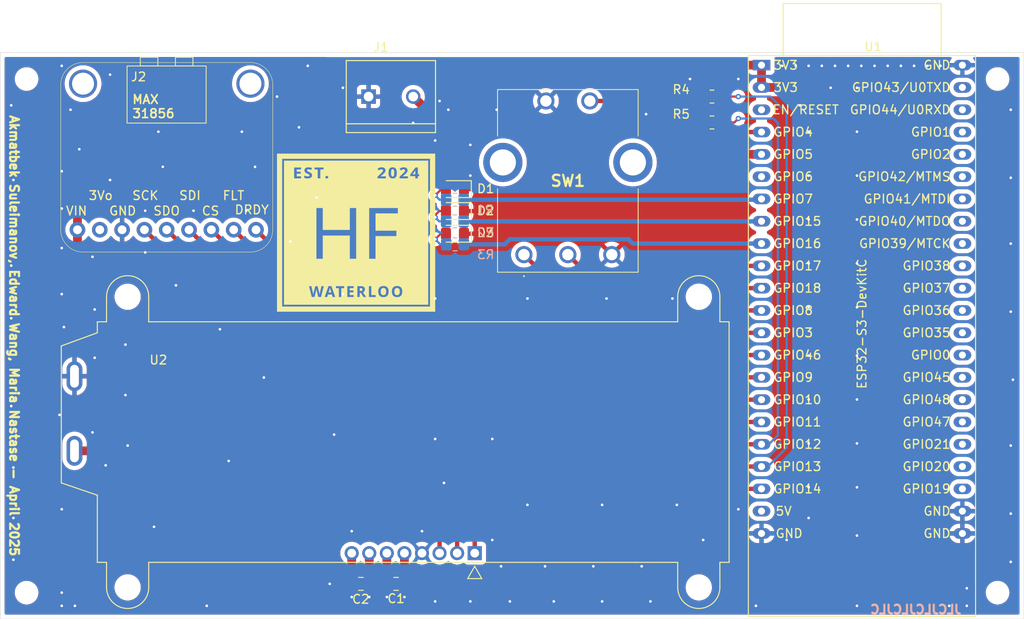
<source format=kicad_pcb>
(kicad_pcb (version 20241229) (generator "pcbnew") (generator_version "9.0")
  (title_block (title "Tube Furnace PCB") (date "2025-03-26") (rev "v2") (company "Waterloo Hacker Fab"))
  (layers (0 "F.Cu" signal) (2 "B.Cu" signal) (13 "F.Paste" user) (15 "B.Paste" user) (5 "F.SilkS" user "F.Silkscreen") (7 "B.SilkS" user "B.Silkscreen") (1 "F.Mask" user) (3 "B.Mask" user) (25 "Edge.Cuts" user))
  (net 0 "")
  (net 1 "GND")
  (net 2 "+3.3V")
  (net 3 "+5V")
  (net 4 "/SSR_PWM")
  (net 5 "Net-(D3-A)")
  (net 6 "Net-(D2-A)")
  (net 7 "Net-(D1-A)")
  (net 8 "Net-(U2-VOUT)")
  (net 9 "Net-(U2-C1+)")
  (net 10 "Net-(U2-C1-)")
  (net 11 "/SCL")
  (net 12 "/SDA")
  (net 13 "/ENC_B")
  (net 14 "/ENC_A")
  (net 15 "/ENC_SW")
  (net 16 "/MAX_SDO")
  (net 17 "/MAX_SCK")
  (net 18 "/MAX_DRDY")
  (net 19 "/MAX_3.3VOUT")
  (net 20 "/MAX_SDI")
  (net 21 "/MAX_CS")
  (net 22 "/MAX_FAULT")
  (net 23 "/DISPLAY_RST")
  (net 24 "/LED_1")
  (net 25 "/LED_2")
  (net 26 "/LED_3")
  (footprint "Diode_SMD:D_0805_2012Metric_Pad1.15x1.40mm_HandSolder" (layer "F.Cu") (at 130.25 76.54 180)
    (property "Reference" "D2" (hide yes))
    (property "Value" "LED" (hide yes))
    (pad "1" smd roundrect (at -1.025 0 180) (size 1.15 1.4) (layers "F.Cu" "F.Mask" "F.Paste") (roundrect_rratio 0.217391) (net 1 "GND"))
    (pad "2" smd roundrect (at 1.025 0 180) (size 1.15 1.4) (layers "F.Cu" "F.Mask" "F.Paste") (roundrect_rratio 0.217391) (net 6 "Net-(D2-A)"))
  )
  (footprint "!footprints:HF_logo" (layer "F.Cu") (at 119 79)
    (property "Reference" "G***" (hide yes))
    (property "Value" "LOGO" (hide yes))
  )
  (footprint "MountingHole:MountingHole_2.2mm_M2" (layer "F.Cu") (at 192 120)
    (property "Reference" "REF**" (hide yes))
    (property "Value" "MountingHole_2.2mm_M2" (hide yes))
    (pad "" np_thru_hole circle (at 0 0) (size 2.2 2.2) (drill 2.2) (layers "*.Cu" "*.Mask"))
  )
  (footprint "phoenix_footprints:TE_282837-2" (layer "F.Cu") (at 122.96 63.5)
    (property "Reference" "J1" (at -1.127255 -5.614945 0) (layer "F.SilkS") (effects (font (size 1.002039 1.002039))))
    (property "Value" "Screw_Terminal_01x02")
    (pad "1" thru_hole rect (at -2.54 0) (size 1.65 1.65) (drill 1.1) (layers "*.Cu" "*.Mask") (net 1 "GND"))
    (pad "2" thru_hole circle (at 2.54 0) (size 1.65 1.65) (drill 1.1) (layers "*.Cu" "*.Mask") (net 4 "/SSR_PWM"))
  )
  (footprint "Capacitor_SMD:C_0805_2012Metric" (layer "F.Cu") (at 123.55 119 180)
    (property "Reference" "C1" (at 0 -1.68 0) (layer "F.SilkS"))
    (property "Value" "1uF")
    (pad "1" smd roundrect (at -0.95 0 180) (size 1 1.45) (layers "F.Cu" "F.Mask" "F.Paste") (net 2 "+3.3V"))
    (pad "2" smd roundrect (at 0.95 0 180) (size 1 1.45) (layers "F.Cu" "F.Mask" "F.Paste") (net 8 "Net-(U2-VOUT)"))
  )
  (footprint "MountingHole:MountingHole_2.2mm_M2" (layer "F.Cu") (at 81.5 61.5)
    (property "Reference" "REF**" (hide yes))
    (property "Value" "MountingHole_2.2mm_M2" (hide yes))
    (pad "" np_thru_hole circle (at 0 0) (size 2.2 2.2) (drill 2.2) (layers "*.Cu" "*.Mask"))
  )
  (footprint "Capacitor_SMD:C_0805_2012Metric" (layer "F.Cu") (at 119.55 119 180)
    (property "Reference" "C2" (at 0.008519 -1.745267 0) (layer "F.SilkS"))
    (property "Value" "1uF")
    (pad "1" smd roundrect (at -0.95 0 180) (size 1 1.45) (layers "F.Cu" "F.Mask" "F.Paste") (net 9 "Net-(U2-C1+)"))
    (pad "2" smd roundrect (at 0.95 0 180) (size 1 1.45) (layers "F.Cu" "F.Mask" "F.Paste") (net 10 "Net-(U2-C1-)"))
  )
  (footprint "!footprints:PEC164120FS0012" (layer "F.Cu") (at 138.1 81.5)
    (property "Reference" "SW1" (at 5 -8.4 0) (layer "F.SilkS") (effects (font (size 1.27 1.27) (thickness 0.254))))
    (property "Value" "RotaryEncoder_Switch" (hide yes))
    (pad "A" thru_hole circle (at 0 0) (size 1.95 1.95) (drill 1.3) (layers "*.Cu" "*.Mask") (net 14 "/ENC_A"))
    (pad "B" thru_hole circle (at 5 0) (size 1.95 1.95) (drill 1.3) (layers "*.Cu" "*.Mask") (net 13 "/ENC_B"))
    (pad "C" thru_hole circle (at 10 0) (size 1.95 1.95) (drill 1.3) (layers "*.Cu" "*.Mask") (net 1 "GND"))
    (pad "MH1" thru_hole circle (at -2.4 -10.5) (size 4.46 4.46) (drill 2.9732) (layers "*.Cu" "*.Mask"))
    (pad "MH2" thru_hole circle (at 12.4 -10.5) (size 4.46 4.46) (drill 2.9732) (layers "*.Cu" "*.Mask"))
    (pad "S1" thru_hole circle (at 2.5 -17.5) (size 1.95 1.95) (drill 1.3) (layers "*.Cu" "*.Mask") (net 1 "GND"))
    (pad "S2" thru_hole circle (at 7.5 -17.5) (size 1.95 1.95) (drill 1.3) (layers "*.Cu" "*.Mask") (net 15 "/ENC_SW"))
  )
  (footprint "Diode_SMD:D_0805_2012Metric_Pad1.15x1.40mm_HandSolder" (layer "F.Cu") (at 130.25 79.12 180)
    (property "Reference" "D3" (hide yes))
    (property "Value" "LED")
    (pad "1" smd roundrect (at -1.025 0 180) (size 1.15 1.4) (layers "F.Cu" "F.Mask" "F.Paste") (roundrect_rratio 0.217391) (net 1 "GND"))
    (pad "2" smd roundrect (at 1.025 0 180) (size 1.15 1.4) (layers "F.Cu" "F.Mask" "F.Paste") (roundrect_rratio 0.217391) (net 5 "Net-(D3-A)"))
  )
  (footprint "MountingHole:MountingHole_2.2mm_M2" (layer "F.Cu") (at 81.5 120)
    (property "Reference" "REF**" (hide yes))
    (property "Value" "MountingHole_2.2mm_M2" (hide yes))
    (pad "" np_thru_hole circle (at 0 0) (size 2.2 2.2) (drill 2.2) (layers "*.Cu" "*.Mask"))
  )
  (footprint "Resistor_SMD:R_0805_2012Metric_Pad1.20x1.40mm_HandSolder" (layer "F.Cu") (at 159.5 66.45)
    (property "Reference" "R5" (at -3.5 -0.95 0) (layer "F.SilkS"))
    (property "Value" "4.7k")
    (pad "1" smd roundrect (at -1 0) (size 1.2 1.4) (layers "F.Cu" "F.Mask" "F.Paste") (roundrect_rratio 0.208333) (net 2 "+3.3V"))
    (pad "2" smd roundrect (at 1 0) (size 1.2 1.4) (layers "F.Cu" "F.Mask" "F.Paste") (roundrect_rratio 0.208333) (net 12 "/SDA"))
  )
  (footprint "Resistor_SMD:R_0805_2012Metric_Pad1.20x1.40mm_HandSolder" (layer "F.Cu") (at 159.5 63.5)
    (property "Reference" "R4" (at -3.5 -0.8 0) (layer "F.SilkS"))
    (property "Value" "4.7k")
    (pad "1" smd roundrect (at -1 0) (size 1.2 1.4) (layers "F.Cu" "F.Mask" "F.Paste") (roundrect_rratio 0.208333) (net 2 "+3.3V"))
    (pad "2" smd roundrect (at 1 0) (size 1.2 1.4) (layers "F.Cu" "F.Mask" "F.Paste") (roundrect_rratio 0.208333) (net 11 "/SCL"))
  )
  (footprint "Diode_SMD:D_0805_2012Metric_Pad1.15x1.40mm_HandSolder" (layer "F.Cu") (at 130.25 74.04 180)
    (property "Reference" "D1" (hide yes))
    (property "Value" "LED" (hide yes))
    (pad "1" smd roundrect (at -1.025 0 180) (size 1.15 1.4) (layers "F.Cu" "F.Mask" "F.Paste") (roundrect_rratio 0.217391) (net 1 "GND"))
    (pad "2" smd roundrect (at 1.025 0 180) (size 1.15 1.4) (layers "F.Cu" "F.Mask" "F.Paste") (roundrect_rratio 0.217391) (net 7 "Net-(D1-A)"))
  )
  (footprint "Display:NHD-C0220BiZ" (layer "F.Cu") (at 125.5 99.6)
    (property "Reference" "U2" (at -29 -6.1 0) (layer "F.SilkS"))
    (property "Value" "NHD-C0220BIZ")
    (pad "" np_thru_hole circle (at -32.5 -13.3) (size 2.5 2.5) (drill 2.5) (layers "*.Cu" "*.Mask"))
    (pad "" np_thru_hole circle (at -32.5 19.8) (size 2.5 2.5) (drill 2.5) (layers "*.Cu" "*.Mask"))
    (pad "" np_thru_hole circle (at 32.5 -13.3) (size 2.5 2.5) (drill 2.5) (layers "*.Cu" "*.Mask"))
    (pad "" np_thru_hole circle (at 32.5 19.8) (size 2.5 2.5) (drill 2.5) (layers "*.Cu" "*.Mask"))
    (pad "1" thru_hole rect (at 7 15.9) (size 1.6 1.6) (drill 1) (layers "*.Cu" "*.Mask") (net 23 "/DISPLAY_RST"))
    (pad "2" thru_hole circle (at 5 15.9) (size 1.6 1.6) (drill 1) (layers "*.Cu" "*.Mask") (net 11 "/SCL"))
    (pad "3" thru_hole circle (at 3 15.9) (size 1.6 1.6) (drill 1) (layers "*.Cu" "*.Mask") (net 12 "/SDA"))
    (pad "4" thru_hole circle (at 1 15.9) (size 1.6 1.6) (drill 1) (layers "*.Cu" "*.Mask") (net 1 "GND"))
    (pad "5" thru_hole circle (at -1 15.9) (size 1.6 1.6) (drill 1) (layers "*.Cu" "*.Mask") (net 2 "+3.3V"))
    (pad "6" thru_hole circle (at -3 15.9) (size 1.6 1.6) (drill 1) (layers "*.Cu" "*.Mask") (net 8 "Net-(U2-VOUT)"))
    (pad "7" thru_hole circle (at -5 15.9) (size 1.6 1.6) (drill 1) (layers "*.Cu" "*.Mask") (net 9 "Net-(U2-C1+)"))
    (pad "8" thru_hole circle (at -7 15.9) (size 1.6 1.6) (drill 1) (layers "*.Cu" "*.Mask") (net 10 "Net-(U2-C1-)"))
    (pad "9" thru_hole oval (at -38.55 4.25) (size 1.8 3.4) (drill oval 1 2.6) (layers "*.Cu" "*.Mask") (net 2 "+3.3V"))
    (pad "10" thru_hole oval (at -38.55 -4.25) (size 1.8 3.4) (drill oval 1 2.6) (layers "*.Cu" "*.Mask") (net 1 "GND"))
  )
  (footprint "PCM_Espressif:ESP32-S3-DevKitC" (layer "F.Cu") (at 165.14 59.92)
    (property "Reference" "U1" (at 12.7 -2.1 0) (layer "F.SilkS"))
    (property "Value" "ESP32-S3-DevKitC" (at 11.42632 29.46128 90) (layer "F.SilkS"))
    (fp_text user "GPIO47" (at 21.59 40.64 0) (layer "F.SilkS") (effects (justify right)))
    (fp_text user "3V3" (at 1.27 0 0) (layer "F.SilkS") (effects (justify left)))
    (fp_text user "GPIO18" (at 1.27 25.4 0) (layer "F.SilkS") (effects (justify left)))
    (fp_text user "GND" (at 1.52032 53.33728 0) (layer "F.SilkS") (effects (justify left)))
    (fp_text user "GPIO12" (at 1.27 43.18 0) (layer "F.SilkS") (effects (justify left)))
    (fp_text user "GPIO11" (at 1.27 40.64 0) (layer "F.SilkS") (effects (justify left)))
    (fp_text user "GPIO48" (at 21.59 38.1 0) (layer "F.SilkS") (effects (justify right)))
    (fp_text user "GPIO2" (at 21.59 10.16 0) (layer "F.SilkS") (effects (justify right)))
    (fp_text user "GPIO36" (at 21.59 27.94 0) (layer "F.SilkS") (effects (justify right)))
    (fp_text user "3V3" (at 1.27 2.54 0) (layer "F.SilkS") (effects (justify left)))
    (fp_text user "GPIO40/MTDO" (at 21.59 17.78 0) (layer "F.SilkS") (effects (justify right)))
    (fp_text user "GPIO9" (at 1.27 35.56 0) (layer "F.SilkS") (effects (justify left)))
    (fp_text user "GND" (at 21.59 50.8 0) (layer "F.SilkS") (effects (justify right)))
    (fp_text user "GPIO17" (at 1.27 22.86 0) (layer "F.SilkS") (effects (justify left)))
    (fp_text user "GPIO21" (at 21.59 43.18 0) (layer "F.SilkS") (effects (justify right)))
    (fp_text user "GPIO6" (at 1.27 12.7 0) (layer "F.SilkS") (effects (justify left)))
    (fp_text user "GPIO5" (at 1.27 10.16 0) (layer "F.SilkS") (effects (justify left)))
    (fp_text user "GPIO19" (at 21.59 48.26 0) (layer "F.SilkS") (effects (justify right)))
    (fp_text user "GPIO37" (at 21.59 25.4 0) (layer "F.SilkS") (effects (justify right)))
    (fp_text user "GPIO20" (at 21.59 45.72 0) (layer "F.SilkS") (effects (justify right)))
    (fp_text user "GPIO38" (at 21.59 22.86 0) (layer "F.SilkS") (effects (justify right)))
    (fp_text user "GPIO7" (at 1.27 15.24 0) (layer "F.SilkS") (effects (justify left)))
    (fp_text user "GPIO39/MTCK" (at 21.59 20.32 0) (layer "F.SilkS") (effects (justify right)))
    (fp_text user "5V" (at 1.52032 50.79728 0) (layer "F.SilkS") (effects (justify left)))
    (fp_text user "GPIO44/U0RXD" (at 21.59 5.08 0) (layer "F.SilkS") (effects (justify right)))
    (fp_text user "GPIO0" (at 21.59 33.02 0) (layer "F.SilkS") (effects (justify right)))
    (fp_text user "GND" (at 21.59 0 0) (layer "F.SilkS") (effects (justify right)))
    (fp_text user "GPIO42/MTMS" (at 21.59 12.7 0) (layer "F.SilkS") (effects (justify right)))
    (fp_text user "GPIO4" (at 1.27 7.62 0) (layer "F.SilkS") (effects (justify left)))
    (fp_text user "GPIO10" (at 1.27 38.1 0) (layer "F.SilkS") (effects (justify left)))
    (fp_text user "GPIO13" (at 1.27 45.72 0) (layer "F.SilkS") (effects (justify left)))
    (fp_text user "GPIO46" (at 1.27 33.02 0) (layer "F.SilkS") (effects (justify left)))
    (fp_text user "GPIO8" (at 1.27 27.94 0) (layer "F.SilkS") (effects (justify left)))
    (fp_text user "GPIO41/MTDI" (at 21.59 15.24 0) (layer "F.SilkS") (effects (justify right)))
    (fp_text user "GPIO15" (at 1.27 17.78 0) (layer "F.SilkS") (effects (justify left)))
    (fp_text user "GPIO35" (at 21.59 30.48 0) (layer "F.SilkS") (effects (justify right)))
    (fp_text user "GND" (at 21.59 53.34 0) (layer "F.SilkS") (effects (justify right)))
    (fp_text user "GPIO14" (at 1.27 48.26 0) (layer "F.SilkS") (effects (justify left)))
    (fp_text user "GPIO1" (at 21.59 7.62 0) (layer "F.SilkS") (effects (justify right)))
    (fp_text user "GPIO43/U0TXD" (at 21.59 2.54 0) (layer "F.SilkS") (effects (justify right)))
    (fp_text user "GPIO45" (at 21.59 35.56 0) (layer "F.SilkS") (effects (justify right)))
    (fp_text user "GPIO16" (at 1.27 20.32 0) (layer "F.SilkS") (effects (justify left)))
    (fp_text user "GPIO3" (at 1.27 30.48 0) (layer "F.SilkS") (effects (justify left)))
    (fp_text user "EN/RESET" (at 8.88632 5.07728 0) (layer "F.SilkS") (effects (justify right)))
    (pad "1" thru_hole rect (at 0 0 270) (size 1.2 2) (drill 0.8) (layers "*.Cu" "*.Mask") (net 2 "+3.3V"))
    (pad "2" thru_hole oval (at 0 2.54 270) (size 1.2 2) (drill 0.8) (layers "*.Cu" "*.Mask") (net 2 "+3.3V"))
    (pad "3" thru_hole oval (at 0 5.08 270) (size 1.2 2) (drill 0.8) (layers "*.Cu" "*.Mask"))
    (pad "4" thru_hole oval (at 0 7.62 270) (size 1.2 2) (drill 0.8) (layers "*.Cu" "*.Mask") (net 15 "/ENC_SW"))
    (pad "5" thru_hole oval (at 0 10.16 270) (size 1.2 2) (drill 0.8) (layers "*.Cu" "*.Mask") (net 4 "/SSR_PWM"))
    (pad "6" thru_hole oval (at 0 12.7 270) (size 1.2 2) (drill 0.8) (layers "*.Cu" "*.Mask"))
    (pad "7" thru_hole oval (at 0 15.24 270) (size 1.2 2) (drill 0.8) (layers "*.Cu" "*.Mask") (net 24 "/LED_1"))
    (pad "8" thru_hole oval (at 0 17.78 270) (size 1.2 2) (drill 0.8) (layers "*.Cu" "*.Mask") (net 25 "/LED_2"))
    (pad "9" thru_hole oval (at 0 20.32 270) (size 1.2 2) (drill 0.8) (layers "*.Cu" "*.Mask") (net 26 "/LED_3"))
    (pad "10" thru_hole oval (at 0 22.86 270) (size 1.2 2) (drill 0.8) (layers "*.Cu" "*.Mask") (net 13 "/ENC_B"))
    (pad "11" thru_hole oval (at 0 25.4 270) (size 1.2 2) (drill 0.8) (layers "*.Cu" "*.Mask") (net 14 "/ENC_A"))
    (pad "12" thru_hole oval (at 0 27.94 270) (size 1.2 2) (drill 0.8) (layers "*.Cu" "*.Mask") (net 18 "/MAX_DRDY"))
    (pad "13" thru_hole oval (at 0 30.48 270) (size 1.2 2) (drill 0.8) (layers "*.Cu" "*.Mask") (net 22 "/MAX_FAULT"))
    (pad "14" thru_hole oval (at 0 33.02 270) (size 1.2 2) (drill 0.8) (layers "*.Cu" "*.Mask") (net 21 "/MAX_CS"))
    (pad "15" thru_hole oval (at 0 35.56 270) (size 1.2 2) (drill 0.8) (layers "*.Cu" "*.Mask") (net 20 "/MAX_SDI"))
    (pad "16" thru_hole oval (at 0 38.1 270) (size 1.2 2) (drill 0.8) (layers "*.Cu" "*.Mask") (net 16 "/MAX_SDO"))
    (pad "17" thru_hole oval (at 0 40.64 270) (size 1.2 2) (drill 0.8) (layers "*.Cu" "*.Mask") (net 17 "/MAX_SCK"))
    (pad "18" thru_hole oval (at 0 43.18 270) (size 1.2 2) (drill 0.8) (layers "*.Cu" "*.Mask") (net 12 "/SDA"))
    (pad "19" thru_hole oval (at 0 45.72 270) (size 1.2 2) (drill 0.8) (layers "*.Cu" "*.Mask") (net 11 "/SCL"))
    (pad "20" thru_hole oval (at -0.00368 48.25728 270) (size 1.2 2) (drill 0.8) (layers "*.Cu" "*.Mask") (net 23 "/DISPLAY_RST"))
    (pad "21" thru_hole oval (at -0.00368 50.79728 270) (size 1.2 2) (drill 0.8) (layers "*.Cu" "*.Mask") (net 3 "+5V"))
    (pad "22" thru_hole oval (at -0.00368 53.33728 270) (size 1.2 2) (drill 0.8) (layers "*.Cu" "*.Mask") (net 1 "GND"))
    (pad "23" thru_hole oval (at 22.86 53.34 270) (size 1.2 2) (drill 0.8) (layers "*.Cu" "*.Mask") (net 1 "GND"))
    (pad "24" thru_hole oval (at 22.86 50.8 270) (size 1.2 2) (drill 0.8) (layers "*.Cu" "*.Mask") (net 1 "GND"))
    (pad "25" thru_hole oval (at 22.86 48.26 270) (size 1.2 2) (drill 0.8) (layers "*.Cu" "*.Mask"))
    (pad "26" thru_hole oval (at 22.86 45.72 270) (size 1.2 2) (drill 0.8) (layers "*.Cu" "*.Mask"))
    (pad "27" thru_hole oval (at 22.86 43.18 270) (size 1.2 2) (drill 0.8) (layers "*.Cu" "*.Mask"))
    (pad "28" thru_hole oval (at 22.86 40.64 270) (size 1.2 2) (drill 0.8) (layers "*.Cu" "*.Mask"))
    (pad "29" thru_hole oval (at 22.86 38.1 270) (size 1.2 2) (drill 0.8) (layers "*.Cu" "*.Mask"))
    (pad "30" thru_hole oval (at 22.86 35.56 270) (size 1.2 2) (drill 0.8) (layers "*.Cu" "*.Mask"))
    (pad "31" thru_hole oval (at 22.86 33.02 270) (size 1.2 2) (drill 0.8) (layers "*.Cu" "*.Mask"))
    (pad "32" thru_hole oval (at 22.86 30.48 270) (size 1.2 2) (drill 0.8) (layers "*.Cu" "*.Mask"))
    (pad "33" thru_hole oval (at 22.86 27.94 270) (size 1.2 2) (drill 0.8) (layers "*.Cu" "*.Mask"))
    (pad "34" thru_hole oval (at 22.86 25.4 270) (size 1.2 2) (drill 0.8) (layers "*.Cu" "*.Mask"))
    (pad "35" thru_hole oval (at 22.86 22.86 270) (size 1.2 2) (drill 0.8) (layers "*.Cu" "*.Mask"))
    (pad "36" thru_hole oval (at 22.86 20.32 270) (size 1.2 2) (drill 0.8) (layers "*.Cu" "*.Mask"))
    (pad "37" thru_hole oval (at 22.86 17.78 270) (size 1.2 2) (drill 0.8) (layers "*.Cu" "*.Mask"))
    (pad "38" thru_hole oval (at 22.86 15.24 270) (size 1.2 2) (drill 0.8) (layers "*.Cu" "*.Mask"))
    (pad "39" thru_hole oval (at 22.86 12.7 270) (size 1.2 2) (drill 0.8) (layers "*.Cu" "*.Mask"))
    (pad "40" thru_hole oval (at 22.86 10.16 270) (size 1.2 2) (drill 0.8) (layers "*.Cu" "*.Mask"))
    (pad "41" thru_hole oval (at 22.86 7.62 270) (size 1.2 2) (drill 0.8) (layers "*.Cu" "*.Mask"))
    (pad "42" thru_hole oval (at 22.86 5.08 270) (size 1.2 2) (drill 0.8) (layers "*.Cu" "*.Mask"))
    (pad "43" thru_hole oval (at 22.86 2.54 270) (size 1.2 2) (drill 0.8) (layers "*.Cu" "*.Mask"))
    (pad "44" thru_hole oval (at 22.86 0 270) (size 1.2 2) (drill 0.8) (layers "*.Cu" "*.Mask") (net 1 "GND"))
  )
  (footprint "MountingHole:MountingHole_2.2mm_M2" (layer "F.Cu") (at 192 61.5)
    (property "Reference" "REF**" (hide yes))
    (property "Value" "MountingHole_2.2mm_M2" (hide yes))
    (pad "" np_thru_hole circle (at 0 0) (size 2.2 2.2) (drill 2.2) (layers "*.Cu" "*.Mask"))
  )
  (footprint "!footprints:MAX31856_HEADER" (layer "F.Cu") (at 87.936314 62.019686)
    (property "Reference" "J2" (at 6.313686 -0.769686 0) (layer "F.SilkS"))
    (property "Value" "Conn_01x09_Socket" (hide yes))
    (fp_text user "SCK" (at 7.08 12.75 0) (layer "F.SilkS") (effects (font (thickness 0.1524))))
    (fp_text user "SDI" (at 12.16 12.75 0) (layer "F.SilkS") (effects (font (thickness 0.1524))))
    (fp_text user "GND" (at 4.5 14.5 0) (layer "F.SilkS") (effects (font (thickness 0.1524))))
    (fp_text user "FLT" (at 17.113 12.75 0) (layer "F.SilkS") (effects (font (thickness 0.1524))))
    (fp_text user "3Vo" (at 2 12.75 0) (layer "F.SilkS") (effects (font (thickness 0.1524))))
    (fp_text user "CS" (at 14.5 14.5 0) (layer "F.SilkS") (effects (font (thickness 0.1524))))
    (fp_text user "SDO" (at 9.5 14.5 0) (layer "F.SilkS") (effects (font (thickness 0.1524))))
    (fp_text user "DRDY" (at 19.193 14.375686 0) (layer "F.SilkS") (effects (font (thickness 0.1524))))
    (fp_text user "VIN" (at -0.75 14.5 0) (layer "F.SilkS") (effects (font (thickness 0.1524))))
    (fp_text user "MAX\n31856" (at 5.5 4 0) (layer "F.SilkS") (effects (font (thickness 0.1905)) (justify left bottom)))
    (pad "1" thru_hole circle (at 19.673686 16.648314 270) (size 1.778 1.778) (drill 1) (layers "*.Cu" "*.Mask") (net 18 "/MAX_DRDY"))
    (pad "2" thru_hole circle (at 17.133686 16.648314 270) (size 1.778 1.778) (drill 1) (layers "*.Cu" "*.Mask") (net 22 "/MAX_FAULT"))
    (pad "3" thru_hole circle (at 14.593686 16.648314 270) (size 1.778 1.778) (drill 1) (layers "*.Cu" "*.Mask") (net 21 "/MAX_CS"))
    (pad "4" thru_hole circle (at 12.053686 16.648314 270) (size 1.778 1.778) (drill 1) (layers "*.Cu" "*.Mask") (net 20 "/MAX_SDI"))
    (pad "5" thru_hole circle (at 9.513686 16.648314 270) (size 1.778 1.778) (drill 1) (layers "*.Cu" "*.Mask") (net 16 "/MAX_SDO"))
    (pad "6" thru_hole circle (at 6.973686 16.648314 270) (size 1.778 1.778) (drill 1) (layers "*.Cu" "*.Mask") (net 17 "/MAX_SCK"))
    (pad "7" thru_hole circle (at 4.433686 16.648314 270) (size 1.778 1.778) (drill 1) (layers "*.Cu" "*.Mask") (net 1 "GND"))
    (pad "8" thru_hole circle (at 1.893686 16.648314 270) (size 1.778 1.778) (drill 1) (layers "*.Cu" "*.Mask") (net 19 "/MAX_3.3VOUT"))
    (pad "9" thru_hole circle (at -0.646314 16.648314 270) (size 1.778 1.778) (drill 1) (layers "*.Cu" "*.Mask") (net 2 "+3.3V"))
    (pad "P$1" thru_hole circle (at -0.011314 0.011314) (size 3.2 3.2) (drill 2.5) (layers "*.Cu" "*.Mask"))
    (pad "P$1" thru_hole circle (at 19.038686 0.011314) (size 3.2 3.2) (drill 2.5) (layers "*.Cu" "*.Mask"))
    (zone (net 0) (net_name "") (layer "F.Cu") (connect_pads (clearance 0)) (min_thickness 0.25)
      (keepout (tracks not_allowed) (vias not_allowed) (pads not_allowed) (copperpour not_allowed) (footprints allowed))
      (fill (thermal_gap 0.5) (thermal_bridge_width 0.5))
      (polygon (pts (xy 89.941 62.031) (xy 89.92138 61.750427) (xy 89.862904 61.475315) (xy 89.766708 61.211019) (xy 89.660954 61.012126) (xy 89.530197 60.766208) (xy 89.273967 60.53282) (xy 89.052333 60.35966) (xy 88.808756 60.219031) (xy 88.547978 60.11367) (xy 88.275075 60.045628) (xy 87.995357 60.016228) (xy 87.714271 60.026044) (xy 87.437285 60.074884) (xy 87.169793 60.161797) (xy 86.917 60.285093) (xy 86.683826 60.44237) (xy 86.474811 60.630569) (xy 86.294022 60.846025) (xy 86.144978 61.084545) (xy 86.03058 61.341487) (xy 85.953054 61.61185) (xy 85.913911 61.890371) (xy 85.913911 62.171629) (xy 85.953054 62.45015) (xy 86.03058 62.720513) (xy 86.144978 62.977455) (xy 86.294022 63.215975) (xy 86.474811 63.431431) (xy 86.683826 63.61963) (xy 86.917 63.776907) (xy 87.169793 63.900203) (xy 87.437285 63.987116) (xy 87.714271 64.035956) (xy 87.995357 64.045772) (xy 88.275075 64.016372) (xy 88.547978 63.94833) (xy 88.808756 63.842969) (xy 89.052333 63.70234) (xy 89.273967 63.52918) (xy 89.469346 63.32686) (xy 89.634665 63.099317) (xy 89.766708 62.850981) (xy 89.862904 62.586685) (xy 89.92138 62.311573)))
      (polygon (pts (xy 87.909 62.031) (xy 87.913686 62.042314) (xy 87.925 62.047) (xy 87.936314 62.042314) (xy 87.941 62.031) (xy 87.936314 62.019686) (xy 87.925 62.015) (xy 87.913686 62.019686)))
    )
    (zone (net 0) (net_name "") (layer "F.Cu") (connect_pads (clearance 0)) (min_thickness 0.25)
      (keepout (tracks not_allowed) (vias not_allowed) (pads not_allowed) (copperpour not_allowed) (footprints allowed))
      (fill (thermal_gap 0.5) (thermal_bridge_width 0.5))
      (polygon (pts (xy 108.991 62.031) (xy 108.97138 61.750427) (xy 108.912904 61.475315) (xy 108.816708 61.211019) (xy 108.684665 60.962683) (xy 108.519346 60.73514) (xy 108.323967 60.53282) (xy 108.102333 60.35966) (xy 107.858756 60.219031) (xy 107.597978 60.11367) (xy 107.325075 60.045628) (xy 107.045357 60.016228) (xy 106.764271 60.026044) (xy 106.487285 60.074884) (xy 106.219793 60.161797) (xy 105.967 60.285093) (xy 105.733826 60.44237) (xy 105.524811 60.630569) (xy 105.344022 60.846025) (xy 105.194978 61.084545) (xy 105.08058 61.341487) (xy 105.003054 61.61185) (xy 104.963911 61.890371) (xy 104.963911 62.171629) (xy 105.003054 62.45015) (xy 105.08058 62.720513) (xy 105.194978 62.977455) (xy 105.344022 63.215975) (xy 105.524811 63.431431) (xy 105.733826 63.61963) (xy 105.967 63.776907) (xy 106.219793 63.900203) (xy 106.487285 63.987116) (xy 106.764271 64.035956) (xy 107.045357 64.045772) (xy 107.325075 64.016372) (xy 107.597978 63.94833) (xy 107.858756 63.842969) (xy 108.102333 63.70234) (xy 108.323967 63.52918) (xy 108.519346 63.32686) (xy 108.684665 63.099317) (xy 108.816708 62.850981) (xy 108.912904 62.586685) (xy 108.97138 62.311573)))
      (polygon (pts (xy 106.959 62.031) (xy 106.963686 62.042314) (xy 106.975 62.047) (xy 106.986314 62.042314) (xy 106.991 62.031) (xy 106.986314 62.019686) (xy 106.975 62.015) (xy 106.963686 62.019686)))
    )
    (zone (net 0) (net_name "") (layer "B.Cu") (connect_pads (clearance 0)) (min_thickness 0.25)
      (keepout (tracks not_allowed) (vias not_allowed) (pads not_allowed) (copperpour not_allowed) (footprints allowed))
      (fill (thermal_gap 0.5) (thermal_bridge_width 0.5))
      (polygon (pts (xy 89.941 62.031) (xy 89.92138 61.750427) (xy 89.862904 61.475315) (xy 89.766708 61.211019) (xy 89.634665 60.962683) (xy 89.469346 60.73514) (xy 89.273967 60.53282) (xy 89.052333 60.35966) (xy 88.808756 60.219031) (xy 88.547978 60.11367) (xy 88.275075 60.045628) (xy 87.995357 60.016228) (xy 87.714271 60.026044) (xy 87.437285 60.074884) (xy 87.169793 60.161797) (xy 86.917 60.285093) (xy 86.683826 60.44237) (xy 86.474811 60.630569) (xy 86.294022 60.846025) (xy 86.144978 61.084545) (xy 86.03058 61.341487) (xy 85.953054 61.61185) (xy 85.913911 61.890371) (xy 85.913911 62.171629) (xy 85.953054 62.45015) (xy 86.03058 62.720513) (xy 86.144978 62.977455) (xy 86.294022 63.215975) (xy 86.474811 63.431431) (xy 86.683826 63.61963) (xy 86.917 63.776907) (xy 87.169793 63.900203) (xy 87.437285 63.987116) (xy 87.714271 64.035956) (xy 87.995357 64.045772) (xy 88.275075 64.016372) (xy 88.547978 63.94833) (xy 88.808756 63.842969) (xy 89.052333 63.70234) (xy 89.273967 63.52918) (xy 89.469346 63.32686) (xy 89.634665 63.099317) (xy 89.766708 62.850981) (xy 89.862904 62.586685) (xy 89.92138 62.311573)))
      (polygon (pts (xy 87.909 62.031) (xy 87.913686 62.042314) (xy 87.925 62.047) (xy 87.936314 62.042314) (xy 87.941 62.031) (xy 87.936314 62.019686) (xy 87.925 62.015) (xy 87.913686 62.019686)))
    )
    (zone (net 0) (net_name "") (layer "B.Cu") (connect_pads (clearance 0)) (min_thickness 0.25)
      (keepout (tracks not_allowed) (vias not_allowed) (pads not_allowed) (copperpour not_allowed) (footprints allowed))
      (fill (thermal_gap 0.5) (thermal_bridge_width 0.5))
      (polygon (pts (xy 108.991 62.031) (xy 108.97138 61.750427) (xy 108.912904 61.475315) (xy 108.816708 61.211019) (xy 108.684665 60.962683) (xy 108.519346 60.73514) (xy 108.323967 60.53282) (xy 108.102333 60.35966) (xy 107.858756 60.219031) (xy 107.597978 60.11367) (xy 107.325075 60.045628) (xy 107.045357 60.016228) (xy 106.764271 60.026044) (xy 106.487285 60.074884) (xy 106.219793 60.161797) (xy 105.967 60.285093) (xy 105.733826 60.44237) (xy 105.524811 60.630569) (xy 105.344022 60.846025) (xy 105.194978 61.084545) (xy 105.08058 61.341487) (xy 105.003054 61.61185) (xy 104.963911 61.890371) (xy 104.963911 62.171629) (xy 105.003054 62.45015) (xy 105.08058 62.720513) (xy 105.194978 62.977455) (xy 105.344022 63.215975) (xy 105.524811 63.431431) (xy 105.733826 63.61963) (xy 105.967 63.776907) (xy 106.219793 63.900203) (xy 106.487285 63.987116) (xy 106.764271 64.035956) (xy 107.045357 64.045772) (xy 107.325075 64.016372) (xy 107.597978 63.94833) (xy 107.858756 63.842969) (xy 108.102333 63.70234) (xy 108.323967 63.52918) (xy 108.519346 63.32686) (xy 108.684665 63.099317) (xy 108.816708 62.850981) (xy 108.912904 62.586685) (xy 108.97138 62.311573)))
      (polygon (pts (xy 106.959 62.031) (xy 106.963686 62.042314) (xy 106.975 62.047) (xy 106.986314 62.042314) (xy 106.991 62.031) (xy 106.986314 62.019686) (xy 106.975 62.015) (xy 106.963686 62.019686)))
    )
  )
  (footprint "Resistor_SMD:R_0805_2012Metric_Pad1.20x1.40mm_HandSolder" (layer "B.Cu") (at 130.246885 77.714021 180)
    (property "Reference" "R2" (at -3.503115 -1.285979 0) (layer "B.SilkS") (effects (justify mirror)))
    (property "Value" "220" (hide yes))
    (pad "1" smd roundrect (at -1 0 180) (size 1.2 1.4) (layers "B.Cu" "B.Mask" "B.Paste") (roundrect_rratio 0.208333) (net 25 "/LED_2"))
    (pad "2" smd roundrect (at 1 0 180) (size 1.2 1.4) (layers "B.Cu" "B.Mask" "B.Paste") (roundrect_rratio 0.208333) (net 6 "Net-(D2-A)"))
  )
  (footprint "Resistor_SMD:R_0805_2012Metric_Pad1.20x1.40mm_HandSolder" (layer "B.Cu") (at 130.262578 80.331471 180)
    (property "Reference" "R3" (at -3.487422 -1.168529 0) (layer "B.SilkS") (effects (justify mirror)))
    (property "Value" "220" (hide yes))
    (pad "1" smd roundrect (at -1 0 180) (size 1.2 1.4) (layers "B.Cu" "B.Mask" "B.Paste") (roundrect_rratio 0.208333) (net 26 "/LED_3"))
    (pad "2" smd roundrect (at 1 0 180) (size 1.2 1.4) (layers "B.Cu" "B.Mask" "B.Paste") (roundrect_rratio 0.208333) (net 5 "Net-(D3-A)"))
  )
  (footprint "Resistor_SMD:R_0805_2012Metric_Pad1.20x1.40mm_HandSolder" (layer "B.Cu") (at 130.25 75.25 180)
    (property "Reference" "R1" (hide yes))
    (property "Value" "220" (hide yes))
    (pad "1" smd roundrect (at -1 0 180) (size 1.2 1.4) (layers "B.Cu" "B.Mask" "B.Paste") (roundrect_rratio 0.208333) (net 24 "/LED_1"))
    (pad "2" smd roundrect (at 1 0 180) (size 1.2 1.4) (layers "B.Cu" "B.Mask" "B.Paste") (roundrect_rratio 0.208333) (net 7 "Net-(D1-A)"))
  )
  (gr_rect (start 78.5 58.5) (end 195 123) (stroke (width 0.05)) (fill no) (layer "Edge.Cuts"))
  (gr_text "Akmatbek Suleimanov, Edward Wang, Maria Nastase - April 2025" (at 79.5 65.5 270) (layer "F.SilkS") (effects (font (size 1 1) (thickness 0.25) (bold yes)) (justify left bottom)))
  (gr_text "D3" (at 133.75 79 0) (layer "F.SilkS") (effects (font (size 1 1))))
  (gr_text "D1" (at 133.75 74 0) (layer "F.SilkS") (effects (font (size 1 1))))
  (gr_text "D2" (at 133.75 76.5 0) (layer "F.SilkS") (effects (font (size 1 1))))
  (gr_text "R1" (at 134.75 77 -0) (layer "B.SilkS") (effects (font (size 1 1)) (justify left bottom mirror)))
  (gr_text "JLCJLCJLCJLC" (at 188 122.5 -0) (layer "B.SilkS") (effects (font (size 1 1) (thickness 0.25) (bold yes)) (justify left bottom mirror)))
  (via (at 152.5 121) (size 0.6) (drill 0.3) (layers "F.Cu" "B.Cu") (net 1))
  (via (at 185.5 60) (size 0.6) (drill 0.3) (layers "F.Cu" "B.Cu") (net 1))
  (via (at 179.5 60) (size 0.6) (drill 0.3) (layers "F.Cu" "B.Cu") (net 1))
  (via (at 170.5 93) (size 0.6) (drill 0.3) (layers "F.Cu" "B.Cu") (net 1))
  (via (at 193.5 88) (size 0.6) (drill 0.3) (layers "F.Cu" "B.Cu") (net 1))
  (via (at 79.75 88.75) (size 0.6) (drill 0.3) (layers "F.Cu" "B.Cu") (net 1))
  (via (at 91 73) (size 0.6) (drill 0.3) (layers "F.Cu" "B.Cu") (net 1))
  (via (at 98.5 85) (size 0.6) (drill 0.3) (layers "F.Cu" "B.Cu") (net 1))
  (via (at 89.25 93.25) (size 0.6) (drill 0.3) (layers "F.Cu" "B.Cu") (net 1))
  (via (at 96.5 67.5) (size 0.6) (drill 0.3) (layers "F.Cu" "B.Cu") (net 1))
  (via (at 140.5 117) (size 0.6) (drill 0.3) (layers "F.Cu" "B.Cu") (net 1))
  (via (at 132 121) (size 0.6) (drill 0.3) (layers "F.Cu" "B.Cu") (net 1))
  (via (at 132 72.5) (size 0.6) (drill 0.3) (layers "F.Cu" "B.Cu") (net 1))
  (via (at 162.5 110.5) (size 0.6) (drill 0.3) (layers "F.Cu" "B.Cu") (net 1))
  (via (at 170.5 60) (size 0.6) (drill 0.3) (layers "F.Cu" "B.Cu") (net 1))
  (via (at 85.5 121.5) (size 0.6) (drill 0.3) (layers "F.Cu" "B.Cu") (net 1))
  (via (at 172 60) (size 0.6) (drill 0.3) (layers "F.Cu" "B.Cu") (net 1))
  (via (at 182.5 60) (size 0.6) (drill 0.3) (layers "F.Cu" "B.Cu") (net 1))
  (via (at 122.5 120.5) (size 0.6) (drill 0.3) (layers "F.Cu" "B.Cu") (net 1))
  (via (at 170.5 103) (size 0.6) (drill 0.3) (layers "F.Cu" "B.Cu") (net 1))
  (via (at 106.5 76.5) (size 0.6) (drill 0.3) (layers "F.Cu" "B.Cu") (net 1))
  (via (at 176 77.5) (size 0.6) (drill 0.3) (layers "F.Cu" "B.Cu") (net 1))
  (via (at 176 87.5) (size 0.6) (drill 0.3) (layers "F.Cu" "B.Cu") (net 1))
  (via (at 96 112.5) (size 0.6) (drill 0.3) (layers "F.Cu" "B.Cu") (net 1))
  (via (at 169.02461 59.973958) (size 0.6) (drill 0.3) (layers "F.Cu" "B.Cu") (net 1))
  (via (at 141.5 121) (size 0.6) (drill 0.3) (layers "F.Cu" "B.Cu") (net 1))
  (via (at 186.5 121.5) (size 0.6) (drill 0.3) (layers "F.Cu" "B.Cu") (net 1))
  (via (at 116.5 102) (size 0.6) (drill 0.3) (layers "F.Cu" "B.Cu") (net 1))
  (via (at 176 98) (size 0.6) (drill 0.3) (layers "F.Cu" "B.Cu") (net 1))
  (via (at 170.5 72.5) (size 0.6) (drill 0.3) (layers "F.Cu" "B.Cu") (net 1))
  (via (at 126.5 113) (size 0.6) (drill 0.3) (layers "F.Cu" "B.Cu") (net 1))
  (via (at 176.5 60) (size 0.6) (drill 0.3) (layers "F.Cu" "B.Cu") (net 1))
  (via (at 85.5 80.75) (size 0.6) (drill 0.3) (layers "F.Cu" "B.Cu") (net 1))
  (via (at 152 65.5) (size 0.6) (drill 0.3) (layers "F.Cu" "B.Cu") (net 1))
  (via (at 135 65) (size 0.6) (drill 0.3) (layers "F.Cu" "B.Cu") (net 1))
  (via (at 188.5 119.5) (size 0.6) (drill 0.3) (layers "F.Cu" "B.Cu") (net 1))
  (via (at 164.5 121.5) (size 0.6) (drill 0.3) (layers "F.Cu" "B.Cu") (net 1))
  (via (at 87 121.5) (size 0.6) (drill 0.3) (layers "F.Cu" "B.Cu") (net 1))
  (via (at 128 86.5) (size 0.6) (drill 0.3) (layers "F.Cu" "B.Cu") (net 1))
  (via (at 147.5 86.5) (size 0.6) (drill 0.3) (layers "F.Cu" "B.Cu") (net 1))
  (via (at 178 60) (size 0.6) (drill 0.3) (layers "F.Cu" "B.Cu") (net 1))
  (via (at 95 81.25) (size 0.6) (drill 0.3) (layers "F.Cu" "B.Cu") (net 1))
  (via (at 79.75 64.5) (size 0.6) (drill 0.3) (layers "F.Cu" "B.Cu") (net 1))
  (via (at 175 60) (size 0.6) (drill 0.3) (layers "F.Cu" "B.Cu") (net 1))
  (via (at 125.5 66.5) (size 0.6) (drill 0.3) (layers "F.Cu" "B.Cu") (net 1))
  (via (at 136.5 121) (size 0.6) (drill 0.3) (layers "F.Cu" "B.Cu") (net 1))
  (via (at 97 71.5) (size 0.6) (drill 0.3) (layers "F.Cu" "B.Cu") (net 1))
  (via (at 176 82.5) (size 0.6) (drill 0.3) (layers "F.Cu" "B.Cu") (net 1))
  (via (at 193.5 111) (size 0.6) (drill 0.3) (layers "F.Cu" "B.Cu") (net 1))
  (via (at 87.5 69.5) (size 0.6) (drill 0.3) (layers "F.Cu" "B.Cu") (net 1))
  (via (at 117.5 86) (size 0.6) (drill 0.3) (layers "F.Cu" "B.Cu") (net 1))
  (via (at 85.5 110.5) (size 0.6) (drill 0.3) (layers "F.Cu" "B.Cu") (net 1))
  (via (at 89 81.75) (size 0.6) (drill 0.3) (layers "F.Cu" "B.Cu") (net 1))
  (via (at 80 73) (size 0.6) (drill 0.3) (layers "F.Cu" "B.Cu") (net 1))
  (via (at 134.5 114) (size 0.6) (drill 0.3) (layers "F.Cu" "B.Cu") (net 1))
  (via (at 80 116.25) (size 0.6) (drill 0.3) (layers "F.Cu" "B.Cu") (net 1))
  (via (at 120.5 120.5) (size 0.6) (drill 0.3) (layers "F.Cu" "B.Cu") (net 1))
  (via (at 118.5 120.5) (size 0.6) (drill 0.3) (layers "F.Cu" "B.Cu") (net 1))
  (via (at 102 121.5) (size 0.6) (drill 0.3) (layers "F.Cu" "B.Cu") (net 1))
  (via (at 90.5 105.5) (size 0.6) (drill 0.3) (layers "F.Cu" "B.Cu") (net 1))
  (via (at 85.5 60) (size 0.6) (drill 0.3) (layers "F.Cu" "B.Cu") (net 1))
  (via (at 85.25 99.75) (size 0.6) (drill 0.3) (layers "F.Cu" "B.Cu") (net 1))
  (via (at 129.5 65) (size 0.6) (drill 0.3) (layers "F.Cu" "B.Cu") (net 1))
  (via (at 138.5 110) (size 0.6) (drill 0.3) (layers "F.Cu" "B.Cu") (net 1))
  (via (at 108.5 95.5) (size 0.6) (drill 0.3) (layers "F.Cu" "B.Cu") (net 1))
  (via (at 116 119) (size 0.6) (drill 0.3) (layers "F.Cu" "B.Cu") (net 1))
  (via (at 176 121.5) (size 0.6) (drill 0.3) (layers "F.Cu" "B.Cu") (net 1))
  (via (at 100.5 76.5) (size 0.6) (drill 0.3) (layers "F.Cu" "B.Cu") (net 1))
  (via (at 132 69) (size 0.6) (drill 0.3) (layers "F.Cu" "B.Cu") (net 1))
  (via (at 128 121) (size 0.6) (drill 0.3) (layers "F.Cu" "B.Cu") (net 1))
  (via (at 85.75 89.75) (size 0.6) (drill 0.3) (layers "F.Cu" "B.Cu") (net 1))
  (via (at 193.5 103.25) (size 0.6) (drill 0.3) (layers "F.Cu" "B.Cu") (net 1))
  (via (at 117.5 62.5) (size 0.6) (drill 0.3) (layers "F.Cu" "B.Cu") (net 1))
  (via (at 112.5 67) (size 0.6) (drill 0.3) (layers "F.Cu" "B.Cu") (net 1))
  (via (at 124.5 120.5) (size 0.6) (drill 0.3) (layers "F.Cu" "B.Cu") (net 1))
  (via (at 85.5 120) (size 0.6) (drill 0.3) (layers "F.Cu" "B.Cu") (net 1))
  (via (at 170.5 98) (size 0.6) (drill 0.3) (layers "F.Cu" "B.Cu") (net 1))
  (via (at 193.5 116.5) (size 0.6) (drill 0.3) (layers "F.Cu" "B.Cu") (net 1))
  (via (at 91 61) (size 0.6) (drill 0.3) (layers "F.Cu" "B.Cu") (net 1))
  (via (at 89.25 87.75) (size 0.6) (drill 0.3) (layers "F.Cu" "B.Cu") (net 1))
  (via (at 169.5 64.5) (size 0.6) (drill 0.3) (layers "F.Cu" "B.Cu") (net 1))
  (via (at 170.5 87.5) (size 0.6) (drill 0.3) (layers "F.Cu" "B.Cu") (net 1))
  (via (at 184 60) (size 0.6) (drill 0.3) (layers "F.Cu" "B.Cu") (net 1))
  (via (at 114.5 75) (size 0.6) (drill 0.3) (layers "F.Cu" "B.Cu") (net 1))
  (via (at 128 102.5) (size 0.6) (drill 0.3) (layers "F.Cu" "B.Cu") (net 1))
  (via (at 107.5 71.5) (size 0.6) (drill 0.3) (layers "F.Cu" "B.Cu") (net 1))
  (via (at 85.5 86) (size 0.6) (drill 0.3) (layers "F.Cu" "B.Cu") (net 1))
  (via (at 89 101.75) (size 0.6) (drill 0.3) (layers "F.Cu" "B.Cu") (net 1))
  (via (at 158.5 114) (size 0.6) (drill 0.3) (layers "F.Cu" "B.Cu") (net 1))
  (via (at 170.5 111.5) (size 0.6) (drill 0.3) (layers "F.Cu" "B.Cu") (net 1))
  (via (at 113.5 60) (size 0.6) (drill 0.3) (layers "F.Cu" "B.Cu") (net 1))
  (via (at 176 62.5) (size 0.6) (drill 0.3) (layers "F.Cu" "B.Cu") (net 1))
  (via (at 85.5 72) (size 0.6) (drill 0.3) (layers "F.Cu" "B.Cu") (net 1))
  (via (at 188.5 121.5) (size 0.6) (drill 0.3) (layers "F.Cu" "B.Cu") (net 1))
  (via (at 146 117) (size 0.6) (drill 0.3) (layers "F.Cu" "B.Cu") (net 1))
  (via (at 170.5 77.5) (size 0.6) (drill 0.3) (layers "F.Cu" "B.Cu") (net 1))
  (via (at 151.5 117) (size 0.6) (drill 0.3) (layers "F.Cu" "B.Cu") (net 1))
  (via (at 80 111.5) (size 0.6) (drill 0.3) (layers "F.Cu" "B.Cu") (net 1))
  (via (at 173 62.5) (size 0.6) (drill 0.3) (layers "F.Cu" "B.Cu") (net 1))
  (via (at 128 68.5) (size 0.6) (drill 0.3) (layers "F.Cu" "B.Cu") (net 1))
  (via (at 86.5 65) (size 0.6) (drill 0.3) (layers "F.Cu" "B.Cu") (net 1))
  (via (at 170.5 108) (size 0.6) (drill 0.3) (layers "F.Cu" "B.Cu") (net 1))
  (via (at 103.5 90) (size 0.6) (drill 0.3) (layers "F.Cu" "B.Cu") (net 1))
  (via (at 111.5 80) (size 0.6) (drill 0.3) (layers "F.Cu" "B.Cu") (net 1))
  (via (at 79.75 98.75) (size 0.6) (drill 0.3) (layers "F.Cu" "B.Cu") (net 1))
  (via (at 135.5 117) (size 0.6) (drill 0.3) (layers "F.Cu" "B.Cu") (net 1))
  (via (at 181 60) (size 0.6) (drill 0.3) (layers "F.Cu" "B.Cu") (net 1))
  (via (at 147 121) (size 0.6) (drill 0.3) (layers "F.Cu" "B.Cu") (net 1))
  (via (at 193.5 80.25) (size 0.6) (drill 0.3) (layers "F.Cu" "B.Cu") (net 1))
  (via (at 80 105.75) (size 0.6) (drill 0.3) (layers "F.Cu" "B.Cu") (net 1))
  (via (at 176 108) (size 0.6) (drill 0.3) (layers "F.Cu" "B.Cu") (net 1))
  (via (at 147 110) (size 0.6) (drill 0.3) (layers "F.Cu" "B.Cu") (net 1))
  (via (at 193.5 72.75) (size 0.6) (drill 0.3) (layers "F.Cu" "B.Cu") (net 1))
  (via (at 176 67.5) (size 0.6) (drill 0.3) (layers "F.Cu" "B.Cu") (net 1))
  (via (at 118.5 113) (size 0.6) (drill 0.3) (layers "F.Cu" "B.Cu") (net 1))
  (via (at 106 67.5) (size 0.6) (drill 0.3) (layers "F.Cu" "B.Cu") (net 1))
  (via (at 85.5 76.25) (size 0.6) (drill 0.3) (layers "F.Cu" "B.Cu") (net 1))
  (via (at 95 76.5) (size 0.6) (drill 0.3) (layers "F.Cu" "B.Cu") (net 1))
  (via (at 92.75 97.5) (size 0.6) (drill 0.3) (layers "F.Cu" "B.Cu") (net 1))
  (via (at 176 72.5) (size 0.6) (drill 0.3) (layers "F.Cu" "B.Cu") (net 1))
  (via (at 176 113.5) (size 0.6) (drill 0.3) (layers "F.Cu" "B.Cu") (net 1))
  (via (at 92.75 91.75) (size 0.6) (drill 0.3) (layers "F.Cu" "B.Cu") (net 1))
  (via (at 170.5 82.5) (size 0.6) (drill 0.3) (layers "F.Cu" "B.Cu") (net 1))
  (via (at 128.5 64) (size 0.6) (drill 0.3) (layers "F.Cu" "B.Cu") (net 1))
  (via (at 176 103) (size 0.6) (drill 0.3) (layers "F.Cu" "B.Cu") (net 1))
  (via (at 193.75 95.75) (size 0.6) (drill 0.3) (layers "F.Cu" "B.Cu") (net 1))
  (via (at 155.5 110) (size 0.6) (drill 0.3) (layers "F.Cu" "B.Cu") (net 1))
  (via (at 134.5 102.5) (size 0.6) (drill 0.3) (layers "F.Cu" "B.Cu") (net 1))
  (via (at 173.5 60) (size 0.6) (drill 0.3) (layers "F.Cu" "B.Cu") (net 1))
  (via (at 129 107.5) (size 0.6) (drill 0.3) (layers "F.Cu" "B.Cu") (net 1))
  (via (at 162.5 61.5) (size 0.6) (drill 0.3) (layers "F.Cu" "B.Cu") (net 1))
  (via (at 79.75 82.75) (size 0.6) (drill 0.3) (layers "F.Cu" "B.Cu") (net 1))
  (via (at 93 103.25) (size 0.6) (drill 0.3) (layers "F.Cu" "B.Cu") (net 1))
  (via (at 104.5 105) (size 0.6) (drill 0.3) (layers "F.Cu" "B.Cu") (net 1))
  (via (at 110 63.5) (size 0.6) (drill 0.3) (layers "F.Cu" "B.Cu") (net 1))
  (via (at 155 86.5) (size 0.6) (drill 0.3) (layers "F.Cu" "B.Cu") (net 1))
  (via (at 193.5 65) (size 0.6) (drill 0.3) (layers "F.Cu" "B.Cu") (net 1))
  (via (at 157 61.5) (size 0.6) (drill 0.3) (layers "F.Cu" "B.Cu") (net 1))
  (via (at 168 114) (size 0.6) (drill 0.3) (layers "F.Cu" "B.Cu") (net 1))
  (via (at 167.5 60) (size 0.6) (drill 0.3) (layers "F.Cu" "B.Cu") (net 1))
  (via (at 138.5 86.5) (size 0.6) (drill 0.3) (layers "F.Cu" "B.Cu") (net 1))
  (via (at 176 93) (size 0.6) (drill 0.3) (layers "F.Cu" "B.Cu") (net 1))
  (via (at 170.5 67.5) (size 0.6) (drill 0.3) (layers "F.Cu" "B.Cu") (net 1))
  (segment (start 87.29 88.79) (end 87.29 78.668) (width 1) (layer "F.Cu") (net 2))
  (segment (start 169 116) (end 172.5 112.5) (width 1) (layer "F.Cu") (net 2))
  (segment (start 91 92.5) (end 87.29 88.79) (width 1) (layer "F.Cu") (net 2))
  (segment (start 107 69.5) (end 90.5 69.5) (width 1) (layer "F.Cu") (net 2))
  (segment (start 87.29 72.71) (end 87.29 78.668) (width 1) (layer "F.Cu") (net 2))
  (segment (start 152.5 119) (end 155.5 116) (width 1) (layer "F.Cu") (net 2))
  (segment (start 162 59.92) (end 158.5 59.92) (width 1) (layer "F.Cu") (net 2))
  (segment (start 169.96 62.46) (end 165.14 62.46) (width 1) (layer "F.Cu") (net 2))
  (segment (start 172.5 65) (end 169.96 62.46) (width 1) (layer "F.Cu") (net 2))
  (segment (start 124.5 119) (end 152.5 119) (width 1) (layer "F.Cu") (net 2))
  (segment (start 158.5 63.5) (end 158.5 66.45) (width 1) (layer "F.Cu") (net 2))
  (segment (start 158.5 59.92) (end 116.58 59.92) (width 1) (layer "F.Cu") (net 2))
  (segment (start 158.5 63.5) (end 158.5 59.92) (width 1) (layer "F.Cu") (net 2))
  (segment (start 90.5 69.5) (end 87.29 72.71) (width 1) (layer "F.Cu") (net 2))
  (segment (start 155.5 116) (end 169 116) (width 1) (layer "F.Cu") (net 2))
  (segment (start 124.5 115.5) (end 124.5 119) (width 1) (layer "F.Cu") (net 2))
  (segment (start 89.65 103.85) (end 91 102.5) (width 1) (layer "F.Cu") (net 2))
  (segment (start 172.5 112.5) (end 172.5 65) (width 1) (layer "F.Cu") (net 2))
  (segment (start 116.58 59.92) (end 107 69.5) (width 1) (layer "F.Cu") (net 2))
  (segment (start 91 102.5) (end 91 92.5) (width 1) (layer "F.Cu") (net 2))
  (segment (start 86.95 103.85) (end 89.65 103.85) (width 1) (layer "F.Cu") (net 2))
  (segment (start 162 59.92) (end 165.14 59.92) (width 1) (layer "F.Cu") (net 2))
  (segment (start 165.14 59.92) (end 165.14 62.46) (width 1) (layer "F.Cu") (net 2))
  (segment (start 125.5 63.5) (end 129 67) (width 1) (layer "F.Cu") (net 4))
  (segment (start 129 67) (end 152.5 67) (width 1) (layer "F.Cu") (net 4))
  (segment (start 152.5 67) (end 155.58 70.08) (width 1) (layer "F.Cu") (net 4))
  (segment (start 155.58 70.08) (end 165.14 70.08) (width 1) (layer "F.Cu") (net 4))
  (segment (start 129.225 79.12) (end 128.63 79.12) (width 0.25) (layer "F.Cu") (net 5))
  (segment (start 128.63 79.12) (end 128 79.75) (width 0.25) (layer "F.Cu") (net 5))
  (via (at 128 79.75) (size 0.6) (drill 0.3) (layers "F.Cu" "B.Cu") (net 5))
  (segment (start 128.581471 80.331471) (end 128 79.75) (width 0.25) (layer "B.Cu") (net 5))
  (segment (start 129.262578 80.331471) (end 128.581471 80.331471) (width 0.25) (layer "B.Cu") (net 5))
  (segment (start 128.46 76.54) (end 129.225 76.54) (width 0.25) (layer "F.Cu") (net 6))
  (segment (start 128 77.25) (end 128 77) (width 0.25) (layer "F.Cu") (net 6))
  (segment (start 128 77) (end 128.46 76.54) (width 0.25) (layer "F.Cu") (net 6))
  (via (at 128 77.25) (size 0.6) (drill 0.3) (layers "F.Cu" "B.Cu") (net 6))
  (segment (start 129.246885 77.714021) (end 128.464021 77.714021) (width 0.25) (layer "B.Cu") (net 6))
  (segment (start 129.035979 77.714021) (end 129 77.75) (width 0.25) (layer "B.Cu") (net 6))
  (segment (start 128.464021 77.714021) (end 128 77.25) (width 0.25) (layer "B.Cu") (net 6))
  (segment (start 129.246885 77.714021) (end 129.035979 77.714021) (width 0.25) (layer "B.Cu") (net 6))
  (segment (start 129.225 74.04) (end 128.71 74.04) (width 0.25) (layer "F.Cu") (net 7))
  (segment (start 128.71 74.04) (end 128 74.75) (width 0.25) (layer "F.Cu") (net 7))
  (via (at 128 74.75) (size 0.6) (drill 0.3) (layers "F.Cu" "B.Cu") (net 7))
  (segment (start 129.25 75.25) (end 128.5 75.25) (width 0.25) (layer "B.Cu") (net 7))
  (segment (start 128.5 75.25) (end 128 74.75) (width 0.25) (layer "B.Cu") (net 7))
  (segment (start 122.5 115.5) (end 122.5 118.9) (width 1) (layer "F.Cu") (net 8))
  (segment (start 122.6 115.6) (end 122.5 115.5) (width 0.2) (layer "F.Cu") (net 8))
  (segment (start 122.5 118.9) (end 122.6 119) (width 1) (layer "F.Cu") (net 8))
  (segment (start 120.5 115.5) (end 120.5 119) (width 1) (layer "F.Cu") (net 9))
  (segment (start 118.6 115.6) (end 118.5 115.5) (width 0.2) (layer "F.Cu") (net 10))
  (segment (start 118.5 115.5) (end 118.5 118.9) (width 1) (layer "F.Cu") (net 10))
  (segment (start 118.5 118.9) (end 118.6 119) (width 1) (layer "F.Cu") (net 10))
  (segment (start 160.5 63.5) (end 162.5 63.5) (width 0.25) (layer "F.Cu") (net 11))
  (segment (start 137.299761 105.64) (end 130.5 112.439761) (width 0.5) (layer "F.Cu") (net 11))
  (segment (start 165.14 105.64) (end 137.299761 105.64) (width 0.5) (layer "F.Cu") (net 11))
  (segment (start 130.5 112.439761) (end 130.5 115.5) (width 0.5) (layer "F.Cu") (net 11))
  (via (at 162.5 63.5) (size 0.6) (drill 0.3) (layers "F.Cu" "B.Cu") (net 11))
  (segment (start 168 65.3563) (end 168 103.5) (width 0.25) (layer "B.Cu") (net 11))
  (segment (start 166.1437 63.5) (end 168 65.3563) (width 0.25) (layer "B.Cu") (net 11))
  (segment (start 168 103.5) (end 165.86 105.64) (width 0.25) (layer "B.Cu") (net 11))
  (segment (start 165.86 105.64) (end 165.14 105.64) (width 0.25) (layer "B.Cu") (net 11))
  (segment (start 162.5 63.5) (end 166.1437 63.5) (width 0.25) (layer "B.Cu") (net 11))
  (segment (start 128.5 111.5) (end 128.5 115.5) (width 0.5) (layer "F.Cu") (net 12))
  (segment (start 160.5 66.45) (end 162.05 66.45) (width 0.25) (layer "F.Cu") (net 12))
  (segment (start 165.14 103.1) (end 136.9 103.1) (width 0.5) (layer "F.Cu") (net 12))
  (segment (start 162.05 66.45) (end 162.5 66) (width 0.25) (layer "F.Cu") (net 12))
  (segment (start 136.9 103.1) (end 128.5 111.5) (width 0.5) (layer "F.Cu") (net 12))
  (via (at 162.5 66) (size 0.6) (drill 0.3) (layers "F.Cu" "B.Cu") (net 12))
  (segment (start 162.5 66) (end 166.5 66) (width 0.25) (layer "B.Cu") (net 12))
  (segment (start 167 66.5) (end 167 102.070438) (width 0.25) (layer "B.Cu") (net 12))
  (segment (start 167 102.070438) (end 165.970438 103.1) (width 0.25) (layer "B.Cu") (net 12))
  (segment (start 166.5 66) (end 167 66.5) (width 0.25) (layer "B.Cu") (net 12))
  (segment (start 165.970438 103.1) (end 165.14 103.1) (width 0.25) (layer "B.Cu") (net 12))
  (segment (start 151.5 83.5) (end 145.1 83.5) (width 0.5) (layer "F.Cu") (net 13))
  (segment (start 152.22 82.78) (end 151.5 83.5) (width 0.5) (layer "F.Cu") (net 13))
  (segment (start 165.14 82.78) (end 152.22 82.78) (width 0.5) (layer "F.Cu") (net 13))
  (segment (start 145.1 83.5) (end 143.1 81.5) (width 0.5) (layer "F.Cu") (net 13))
  (segment (start 161.32 85.32) (end 165.14 85.32) (width 0.5) (layer "F.Cu") (net 14))
  (segment (start 156 83.75) (end 159.75 83.75) (width 0.5) (layer "F.Cu") (net 14))
  (segment (start 154.25 85.5) (end 156 83.75) (width 0.5) (layer "F.Cu") (net 14))
  (segment (start 159.75 83.75) (end 161.32 85.32) (width 0.5) (layer "F.Cu") (net 14))
  (segment (start 138.1 81.5) (end 142.1 85.5) (width 0.5) (layer "F.Cu") (net 14))
  (segment (start 142.1 85.5) (end 154.25 85.5) (width 0.5) (layer "F.Cu") (net 14))
  (segment (start 152.5 64) (end 157 68.5) (width 0.5) (layer "F.Cu") (net 15))
  (segment (start 162.96 67.54) (end 165.14 67.54) (width 0.5) (layer "F.Cu") (net 15))
  (segment (start 145.6 64) (end 152.5 64) (width 0.5) (layer "F.Cu") (net 15))
  (segment (start 162 68.5) (end 162.96 67.54) (width 0.5) (layer "F.Cu") (net 15))
  (segment (start 157 68.5) (end 162 68.5) (width 0.5) (layer "F.Cu") (net 15))
  (segment (start 97.45 78.668) (end 116.802 98.02) (width 0.5) (layer "F.Cu") (net 16))
  (segment (start 116.802 98.02) (end 165.14 98.02) (width 0.5) (layer "F.Cu") (net 16))
  (segment (start 116.802 100.56) (end 165.14 100.56) (width 0.5) (layer "F.Cu") (net 17))
  (segment (start 94.91 78.668) (end 116.802 100.56) (width 0.5) (layer "F.Cu") (net 17))
  (segment (start 107.61 78.668) (end 116.942 88) (width 0.5) (layer "F.Cu") (net 18))
  (segment (start 156 89) (end 160.25 89) (width 0.5) (layer "F.Cu") (net 18))
  (segment (start 155 88) (end 156 89) (width 0.5) (layer "F.Cu") (net 18))
  (segment (start 161.39 87.86) (end 165.14 87.86) (width 0.5) (layer "F.Cu") (net 18))
  (segment (start 160.25 89) (end 161.39 87.86) (width 0.5) (layer "F.Cu") (net 18))
  (segment (start 116.942 88) (end 155 88) (width 0.5) (layer "F.Cu") (net 18))
  (segment (start 99.99 78.668) (end 116.802 95.48) (width 0.5) (layer "F.Cu") (net 20))
  (segment (start 116.802 95.48) (end 165.14 95.48) (width 0.5) (layer "F.Cu") (net 20))
  (segment (start 116.802 92.94) (end 165.14 92.94) (width 0.5) (layer "F.Cu") (net 21))
  (segment (start 102.53 78.668) (end 116.802 92.94) (width 0.5) (layer "F.Cu") (net 21))
  (segment (start 116.802 90.4) (end 165.14 90.4) (width 0.5) (layer "F.Cu") (net 22))
  (segment (start 105.07 78.668) (end 116.802 90.4) (width 0.5) (layer "F.Cu") (net 22))
  (segment (start 165.13632 108.17728) (end 137.82272 108.17728) (width 0.5) (layer "F.Cu") (net 23))
  (segment (start 132.5 113.5) (end 132.5 115.5) (width 0.5) (layer "F.Cu") (net 23))
  (segment (start 137.82272 108.17728) (end 132.5 113.5) (width 0.5) (layer "F.Cu") (net 23))
  (segment (start 165.05 75.25) (end 165.14 75.16) (width 0.5) (layer "B.Cu") (net 24))
  (segment (start 131.25 75.25) (end 165.05 75.25) (width 0.5) (layer "B.Cu") (net 24))
  (segment (start 131.246885 77.714021) (end 165.125979 77.714021) (width 0.5) (layer "B.Cu") (net 25))
  (segment (start 165.125979 77.714021) (end 165.14 77.7) (width 0.5) (layer "B.Cu") (net 25))
  (segment (start 131.262578 80.331471) (end 135.918529 80.331471) (width 0.5) (layer "B.Cu") (net 26))
  (segment (start 136.5 79.75) (end 150 79.75) (width 0.5) (layer "B.Cu") (net 26))
  (segment (start 150.49 80.24) (end 165.14 80.24) (width 0.5) (layer "B.Cu") (net 26))
  (segment (start 135.918529 80.331471) (end 136.5 79.75) (width 0.5) (layer "B.Cu") (net 26))
  (segment (start 150 79.75) (end 150.49 80.24) (width 0.5) (layer "B.Cu") (net 26))
  (zone (net 1) (net_name "GND") (layer "F.Cu") (connect_pads (clearance 0.5)) (min_thickness 0.5) (fill yes (thermal_gap 0.5) (thermal_bridge_width 0.5))
    (polygon (pts (xy 195 123) (xy 195 58.5) (xy 78.5 58.5) (xy 78.5 123)))
  )
  (zone (net 0) (net_name "") (layers "F.Cu" "B.Cu") (name "KEEPOUT") (connect_pads (clearance 0)) (min_thickness 0.25)
    (keepout (tracks not_allowed) (vias not_allowed) (pads not_allowed) (copperpour not_allowed) (footprints not_allowed))
    (fill (thermal_gap 0.5) (thermal_bridge_width 0.5))
    (polygon (pts (xy 163.5 59) (xy 163.5 52.5) (xy 190 52.5) (xy 190 59)))
  )
  (zone (net 1) (net_name "GND") (layer "B.Cu") (priority 1) (connect_pads (clearance 0.5)) (min_thickness 0.25) (fill yes (thermal_gap 0.5) (thermal_bridge_width 0.5))
    (polygon (pts (xy 195 123) (xy 195 58.5) (xy 78.5 58.5) (xy 78.5 123)))
  )
)
</source>
